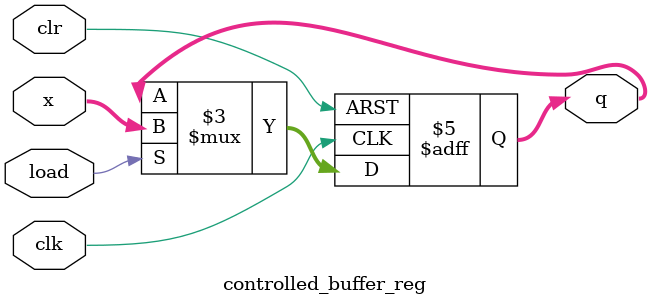
<source format=v>
module controlled_buffer_reg(clk,clr,load,x,q);
  	input clk,clr,load;
  	input [4:1]x;
  	output reg [4:1]q;
  
  	always@(posedge clk or posedge clr)
    	begin
          	if(clr)
            	q <= 4'b0;
          	else if(load)
            	q <= x;
          	else
            	q <= q;
        end
endmodule

</source>
